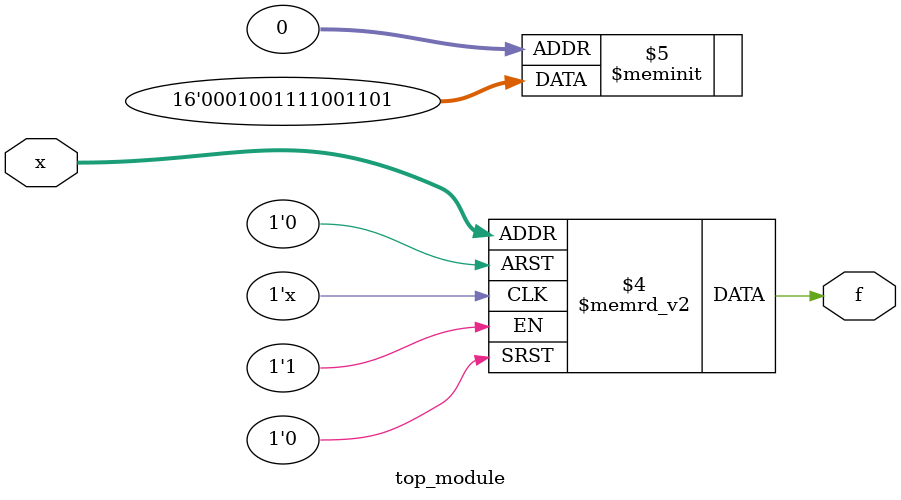
<source format=sv>
module top_module (
    input [4:1] x,
    output logic f
);

always_comb begin
    case ({x[4], x[3], x[2], x[1]})
        4'b0000 : f = 1'b1;
        4'b0001 : f = 1'b0;
        4'b0011 : f = 1'b1;
        4'b0010 : f = 1'b1;
        4'b0100 : f = 1'b0;
        4'b0101 : f = 1'b0;
        4'b0111 : f = 1'b1;
        4'b0110 : f = 1'b1;
        4'b1000 : f = 1'b1;
        4'b1001 : f = 1'b1;
        4'b1011 : f = 1'b0;
        4'b1010 : f = 1'b0;
        4'b1100 : f = 1'b1;
        4'b1101 : f = 1'b0;
        4'b1111 : f = 1'b0;
        4'b1110 : f = 1'b0;
        default : f = 1'b0;
    endcase
end

endmodule

</source>
